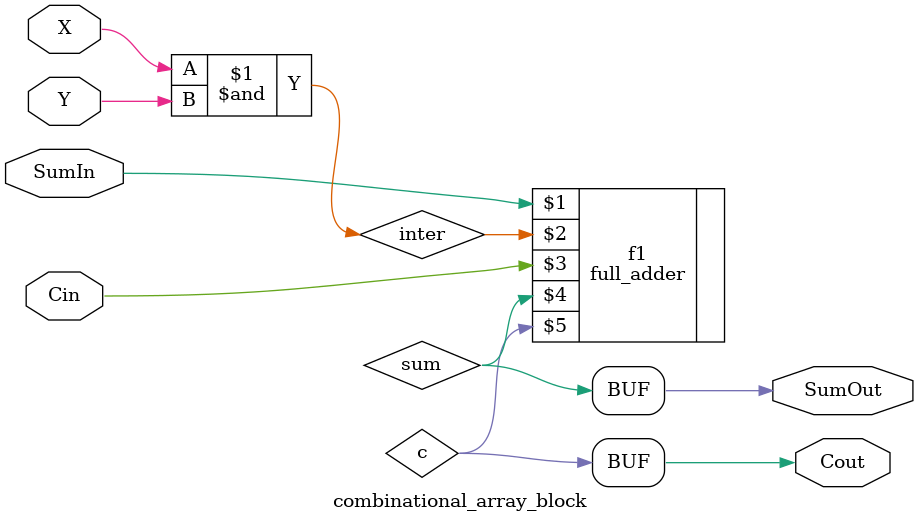
<source format=v>
`timescale 1ns / 1ps
module combinational_array_block(
    input X,
    input Y,
	 input SumIn,
    input Cin,
    output SumOut,
    output Cout
    );


wire inter, sum, c;

assign inter = X&Y;
full_adder f1(SumIn, inter, Cin, sum, c);
assign SumOut = sum;
assign Cout = c; 


endmodule

</source>
